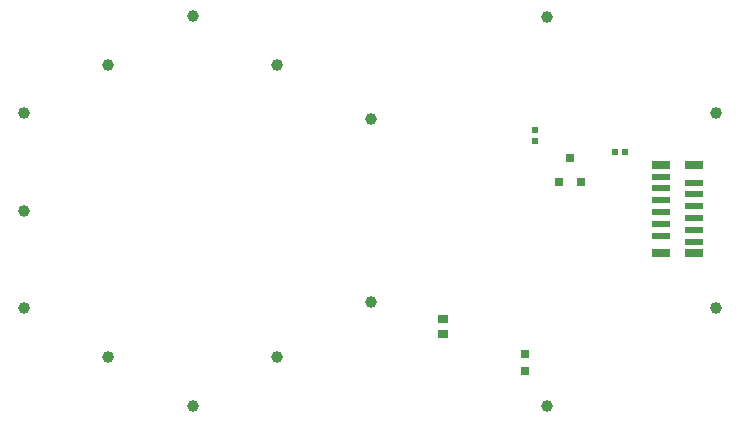
<source format=gtp>
G04*
G04 #@! TF.GenerationSoftware,Altium Limited,Altium Designer,25.8.1 (18)*
G04*
G04 Layer_Color=8421504*
%FSLAX44Y44*%
%MOMM*%
G71*
G04*
G04 #@! TF.SameCoordinates,BCE08161-644A-4D5C-BD65-52524292B4E2*
G04*
G04*
G04 #@! TF.FilePolarity,Positive*
G04*
G01*
G75*
%ADD15R,1.5000X0.6000*%
%ADD16R,1.5000X0.8000*%
%ADD17R,0.8000X0.8000*%
G04:AMPARAMS|DCode=18|XSize=0.55mm|YSize=0.5mm|CornerRadius=0.0625mm|HoleSize=0mm|Usage=FLASHONLY|Rotation=180.000|XOffset=0mm|YOffset=0mm|HoleType=Round|Shape=RoundedRectangle|*
%AMROUNDEDRECTD18*
21,1,0.5500,0.3750,0,0,180.0*
21,1,0.4250,0.5000,0,0,180.0*
1,1,0.1250,-0.2125,0.1875*
1,1,0.1250,0.2125,0.1875*
1,1,0.1250,0.2125,-0.1875*
1,1,0.1250,-0.2125,-0.1875*
%
%ADD18ROUNDEDRECTD18*%
%ADD19R,0.9500X0.8000*%
%ADD20R,0.8000X0.8000*%
G04:AMPARAMS|DCode=21|XSize=1mm|YSize=1mm|CornerRadius=0.5mm|HoleSize=0mm|Usage=FLASHONLY|Rotation=210.000|XOffset=0mm|YOffset=0mm|HoleType=Round|Shape=RoundedRectangle|*
%AMROUNDEDRECTD21*
21,1,1.0000,0.0000,0,0,210.0*
21,1,0.0000,1.0000,0,0,210.0*
1,1,1.0000,0.0000,0.0000*
1,1,1.0000,0.0000,0.0000*
1,1,1.0000,0.0000,0.0000*
1,1,1.0000,0.0000,0.0000*
%
%ADD21ROUNDEDRECTD21*%
G04:AMPARAMS|DCode=22|XSize=1mm|YSize=1mm|CornerRadius=0.5mm|HoleSize=0mm|Usage=FLASHONLY|Rotation=90.000|XOffset=0mm|YOffset=0mm|HoleType=Round|Shape=RoundedRectangle|*
%AMROUNDEDRECTD22*
21,1,1.0000,0.0000,0,0,90.0*
21,1,0.0000,1.0000,0,0,90.0*
1,1,1.0000,0.0000,0.0000*
1,1,1.0000,0.0000,0.0000*
1,1,1.0000,0.0000,0.0000*
1,1,1.0000,0.0000,0.0000*
%
%ADD22ROUNDEDRECTD22*%
G04:AMPARAMS|DCode=23|XSize=1mm|YSize=1mm|CornerRadius=0.5mm|HoleSize=0mm|Usage=FLASHONLY|Rotation=150.000|XOffset=0mm|YOffset=0mm|HoleType=Round|Shape=RoundedRectangle|*
%AMROUNDEDRECTD23*
21,1,1.0000,0.0000,0,0,150.0*
21,1,0.0000,1.0000,0,0,150.0*
1,1,1.0000,0.0000,0.0000*
1,1,1.0000,0.0000,0.0000*
1,1,1.0000,0.0000,0.0000*
1,1,1.0000,0.0000,0.0000*
%
%ADD23ROUNDEDRECTD23*%
G04:AMPARAMS|DCode=24|XSize=0.55mm|YSize=0.5mm|CornerRadius=0.0625mm|HoleSize=0mm|Usage=FLASHONLY|Rotation=90.000|XOffset=0mm|YOffset=0mm|HoleType=Round|Shape=RoundedRectangle|*
%AMROUNDEDRECTD24*
21,1,0.5500,0.3750,0,0,90.0*
21,1,0.4250,0.5000,0,0,90.0*
1,1,0.1250,0.1875,0.2125*
1,1,0.1250,0.1875,-0.2125*
1,1,0.1250,-0.1875,-0.2125*
1,1,0.1250,-0.1875,0.2125*
%
%ADD24ROUNDEDRECTD24*%
D15*
X272444Y14004D02*
D03*
X244444Y19004D02*
D03*
X272444Y24004D02*
D03*
X244444Y-996D02*
D03*
X272444Y-15996D02*
D03*
X244444Y-10996D02*
D03*
X272444Y-5996D02*
D03*
Y4004D02*
D03*
Y-25996D02*
D03*
X244444Y9004D02*
D03*
Y29004D02*
D03*
Y-20996D02*
D03*
D16*
Y-35996D02*
D03*
X272444D02*
D03*
X244444Y39004D02*
D03*
X272444D02*
D03*
D17*
X166954Y44699D02*
D03*
X157454Y24499D02*
D03*
X176454D02*
D03*
D18*
X137914Y68238D02*
D03*
Y59238D02*
D03*
D19*
X59454Y-91466D02*
D03*
Y-103966D02*
D03*
D20*
X128906Y-120936D02*
D03*
Y-135936D02*
D03*
D21*
X-223901Y-123901D02*
D03*
X-80899Y123901D02*
D03*
X290700Y82601D02*
D03*
X-295468Y-82601D02*
D03*
D22*
X-223901Y123901D02*
D03*
X-80899Y-123901D02*
D03*
X-1679Y77521D02*
D03*
X147360Y164334D02*
D03*
X147599Y-165199D02*
D03*
X-152400Y165199D02*
D03*
X-1679Y-77521D02*
D03*
X-152400Y-165199D02*
D03*
D23*
X-295501Y0D02*
D03*
X290700Y-82601D02*
D03*
X-295468Y82601D02*
D03*
D24*
X213992Y50162D02*
D03*
X204992D02*
D03*
M02*

</source>
